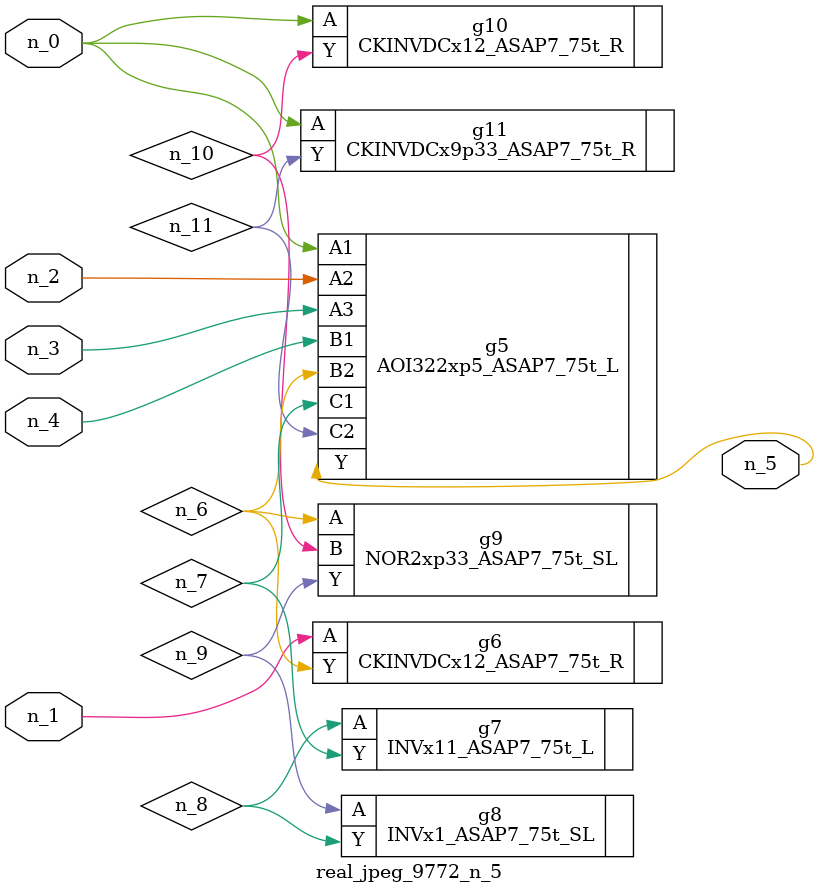
<source format=v>
module real_jpeg_9772_n_5 (n_4, n_0, n_1, n_2, n_3, n_5);

input n_4;
input n_0;
input n_1;
input n_2;
input n_3;

output n_5;

wire n_8;
wire n_11;
wire n_6;
wire n_7;
wire n_10;
wire n_9;

AOI322xp5_ASAP7_75t_L g5 ( 
.A1(n_0),
.A2(n_2),
.A3(n_3),
.B1(n_4),
.B2(n_6),
.C1(n_7),
.C2(n_11),
.Y(n_5)
);

CKINVDCx12_ASAP7_75t_R g10 ( 
.A(n_0),
.Y(n_10)
);

CKINVDCx9p33_ASAP7_75t_R g11 ( 
.A(n_0),
.Y(n_11)
);

CKINVDCx12_ASAP7_75t_R g6 ( 
.A(n_1),
.Y(n_6)
);

NOR2xp33_ASAP7_75t_SL g9 ( 
.A(n_6),
.B(n_10),
.Y(n_9)
);

INVx11_ASAP7_75t_L g7 ( 
.A(n_8),
.Y(n_7)
);

INVx1_ASAP7_75t_SL g8 ( 
.A(n_9),
.Y(n_8)
);


endmodule
</source>
